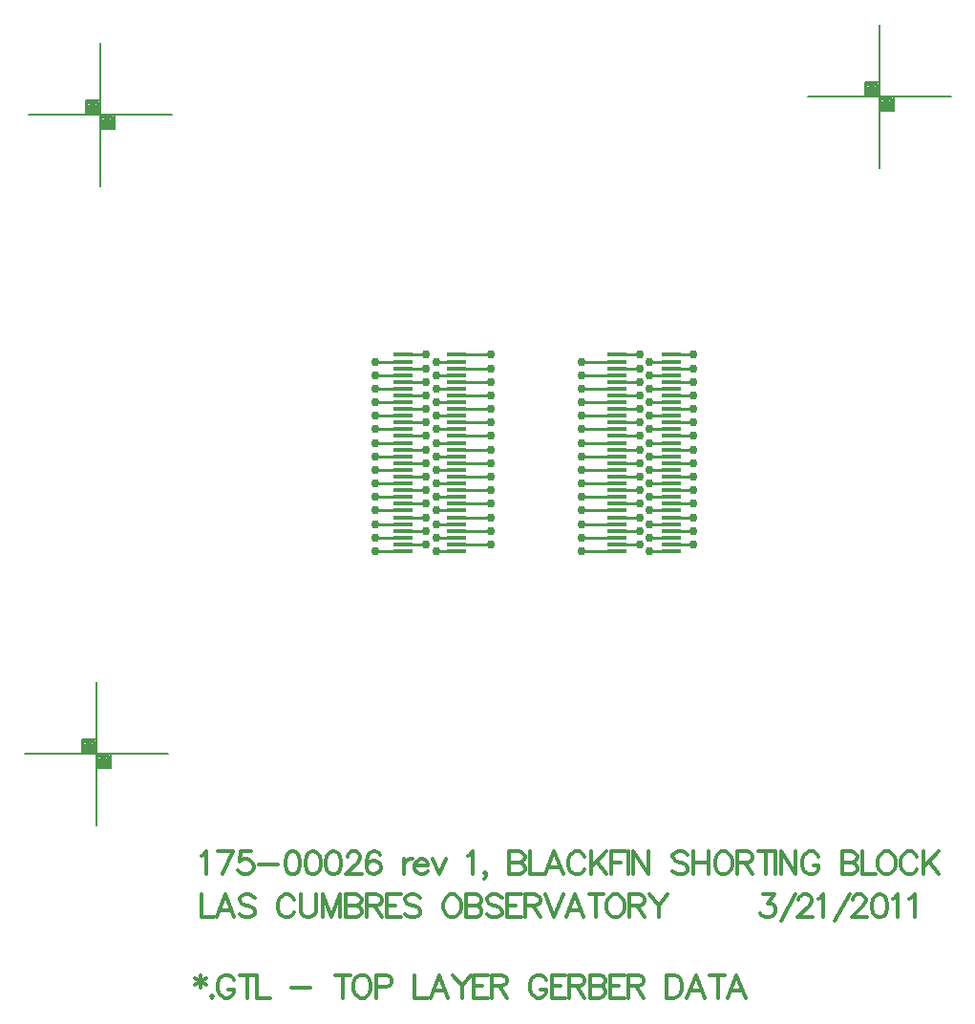
<source format=gtl>
%FSLAX23Y23*%
%MOIN*%
G70*
G01*
G75*
G04 Layer_Physical_Order=1*
G04 Layer_Color=255*
%ADD10R,0.067X0.014*%
%ADD11C,0.010*%
%ADD12C,0.012*%
%ADD13C,0.008*%
%ADD14C,0.012*%
%ADD15C,0.012*%
%ADD16C,0.030*%
D10*
X15625Y11145D02*
D03*
Y11121D02*
D03*
Y11098D02*
D03*
Y11074D02*
D03*
Y11051D02*
D03*
Y11027D02*
D03*
Y11003D02*
D03*
Y10980D02*
D03*
Y10956D02*
D03*
Y10932D02*
D03*
Y10909D02*
D03*
Y10885D02*
D03*
Y10862D02*
D03*
Y10838D02*
D03*
Y10814D02*
D03*
Y10791D02*
D03*
Y10767D02*
D03*
Y10743D02*
D03*
Y10720D02*
D03*
Y10696D02*
D03*
Y10673D02*
D03*
Y10649D02*
D03*
Y10625D02*
D03*
Y10602D02*
D03*
Y10578D02*
D03*
Y10554D02*
D03*
Y10531D02*
D03*
Y10507D02*
D03*
Y10484D02*
D03*
X15436Y10460D02*
D03*
Y10484D02*
D03*
Y10507D02*
D03*
Y10531D02*
D03*
Y10554D02*
D03*
Y10578D02*
D03*
Y10602D02*
D03*
Y10625D02*
D03*
Y10649D02*
D03*
Y10673D02*
D03*
Y10696D02*
D03*
Y10720D02*
D03*
Y10743D02*
D03*
Y10767D02*
D03*
Y10791D02*
D03*
Y10814D02*
D03*
Y10838D02*
D03*
Y10862D02*
D03*
Y10885D02*
D03*
Y10909D02*
D03*
Y10932D02*
D03*
Y10956D02*
D03*
Y10980D02*
D03*
Y11003D02*
D03*
Y11027D02*
D03*
Y11051D02*
D03*
Y11074D02*
D03*
Y11098D02*
D03*
Y11121D02*
D03*
Y11145D02*
D03*
X15625Y10460D02*
D03*
X16184Y11145D02*
D03*
Y11121D02*
D03*
Y11098D02*
D03*
Y11074D02*
D03*
Y11051D02*
D03*
Y11027D02*
D03*
Y11003D02*
D03*
Y10980D02*
D03*
Y10956D02*
D03*
Y10932D02*
D03*
Y10909D02*
D03*
Y10885D02*
D03*
Y10862D02*
D03*
Y10838D02*
D03*
Y10814D02*
D03*
Y10791D02*
D03*
Y10767D02*
D03*
Y10743D02*
D03*
Y10720D02*
D03*
Y10696D02*
D03*
Y10673D02*
D03*
Y10649D02*
D03*
Y10625D02*
D03*
Y10602D02*
D03*
Y10578D02*
D03*
Y10554D02*
D03*
Y10531D02*
D03*
Y10507D02*
D03*
Y10484D02*
D03*
Y10460D02*
D03*
X16373D02*
D03*
Y10484D02*
D03*
Y10507D02*
D03*
Y10531D02*
D03*
Y10554D02*
D03*
Y10578D02*
D03*
Y10602D02*
D03*
Y10625D02*
D03*
Y10649D02*
D03*
Y10673D02*
D03*
Y10696D02*
D03*
Y10720D02*
D03*
Y10743D02*
D03*
Y10767D02*
D03*
Y10791D02*
D03*
Y10814D02*
D03*
Y10838D02*
D03*
Y10862D02*
D03*
Y10885D02*
D03*
Y10909D02*
D03*
Y10932D02*
D03*
Y10956D02*
D03*
Y10980D02*
D03*
Y11003D02*
D03*
Y11027D02*
D03*
Y11051D02*
D03*
Y11074D02*
D03*
Y11098D02*
D03*
Y11121D02*
D03*
Y11145D02*
D03*
D11*
X15625D02*
X15743D01*
X15625Y11098D02*
X15743D01*
X15436Y11145D02*
X15518D01*
X15518Y11145D01*
X15554Y11121D02*
X15625D01*
X15554Y11121D02*
X15554Y11121D01*
X15436Y11098D02*
X15518D01*
X15518Y11098D01*
X15554Y11074D02*
X15625D01*
X15554Y11074D02*
X15554Y11074D01*
X15436Y11051D02*
X15518D01*
X15518Y11051D01*
X15554Y11027D02*
X15625D01*
X15554Y11027D02*
X15554Y11027D01*
X15436Y11003D02*
X15518D01*
X15554Y10980D02*
X15625D01*
X15554Y10980D02*
X15554Y10980D01*
X15436Y10956D02*
X15518D01*
X15554Y10932D02*
X15625D01*
X15436Y10909D02*
X15518D01*
X15518Y10909D01*
X15554Y10885D02*
X15625D01*
X15554Y10885D02*
X15554Y10885D01*
X15436Y10862D02*
X15518D01*
X15518Y10862D01*
X15554Y10838D02*
X15625D01*
X15554Y10838D02*
X15554Y10838D01*
X15436Y10814D02*
X15518D01*
X15518Y10814D01*
X15554Y10791D02*
X15625D01*
X15554Y10791D02*
X15554Y10791D01*
Y10743D02*
X15625D01*
X15554Y10743D02*
X15554Y10743D01*
Y10696D02*
X15625D01*
X15554Y10696D02*
X15554Y10696D01*
Y10649D02*
X15625D01*
X15554Y10649D02*
X15554Y10649D01*
Y10602D02*
X15625D01*
X15554Y10602D02*
X15554Y10602D01*
Y10554D02*
X15625D01*
X15554Y10554D02*
X15554Y10554D01*
Y10507D02*
X15625D01*
X15554Y10507D02*
X15554Y10507D01*
Y10460D02*
X15625D01*
X15554Y10460D02*
X15554Y10460D01*
X15436Y10767D02*
X15518D01*
X15518Y10767D01*
X15436Y10720D02*
X15518D01*
X15518Y10720D01*
X15436Y10673D02*
X15518D01*
X15518Y10673D01*
X15436Y10625D02*
X15518D01*
X15518Y10625D01*
X15436Y10578D02*
X15518D01*
X15518Y10578D01*
X15436Y10531D02*
X15518D01*
X15518Y10531D01*
X15436Y10484D02*
X15518D01*
X15518Y10484D01*
X15625Y11051D02*
X15743D01*
X15743Y11051D01*
X15625Y11003D02*
X15743D01*
X15743Y11003D01*
X15625Y10956D02*
X15743D01*
X15743Y10956D01*
X15625Y10909D02*
X15743D01*
X15743Y10909D01*
X15625Y10862D02*
X15743D01*
X15743Y10862D01*
X15625Y10814D02*
X15743D01*
X15743Y10814D01*
X15625Y10767D02*
X15743D01*
X15743Y10767D01*
X15625Y10720D02*
X15743D01*
X15743Y10720D01*
X15625Y10673D02*
X15743D01*
X15743Y10673D01*
X15625Y10625D02*
X15743D01*
X15743Y10625D01*
X15625Y10578D02*
X15743D01*
X15743Y10578D01*
X15625Y10531D02*
X15743D01*
X15743Y10531D01*
X15625Y10484D02*
X15743D01*
X15743Y10484D01*
X15341Y11121D02*
X15436D01*
X15341Y11121D02*
X15341Y11121D01*
Y11074D02*
X15436D01*
X15341Y11074D02*
X15341Y11074D01*
Y11027D02*
X15436D01*
X15341Y11027D02*
X15341Y11027D01*
Y10980D02*
X15436D01*
X15341Y10980D02*
X15341Y10980D01*
Y10932D02*
X15436D01*
X15341Y10932D02*
X15341Y10932D01*
X15341Y10885D02*
X15436D01*
X15341Y10885D02*
X15341Y10885D01*
Y10838D02*
X15436D01*
X15341Y10838D02*
X15341Y10838D01*
Y10791D02*
X15436D01*
X15341Y10791D02*
X15341Y10791D01*
Y10743D02*
X15436D01*
X15341Y10743D02*
X15341Y10743D01*
Y10696D02*
X15436D01*
X15341Y10696D02*
X15341Y10696D01*
Y10649D02*
X15436D01*
X15341Y10649D02*
X15341Y10649D01*
Y10602D02*
X15436D01*
X15341Y10602D02*
X15341Y10602D01*
Y10554D02*
X15436D01*
X15341Y10554D02*
X15341Y10554D01*
Y10507D02*
X15436D01*
X15341Y10507D02*
X15341Y10507D01*
Y10460D02*
X15436D01*
X15341Y10460D02*
X15341Y10460D01*
X16373Y11145D02*
X16451D01*
X16451Y11145D01*
X16184Y11145D02*
X16263D01*
X16263Y11145D01*
X16298Y11121D02*
X16373D01*
X16298Y11121D02*
X16298Y11121D01*
X16062D02*
X16184D01*
Y11098D02*
X16263D01*
X16263Y11098D01*
X16184Y11051D02*
X16263D01*
X16263Y11051D01*
X16298Y11074D02*
X16373D01*
X16298Y11074D02*
X16298Y11074D01*
Y11027D02*
X16373D01*
X16298Y11027D02*
X16298Y11027D01*
X16184Y11003D02*
X16263D01*
X16263Y11003D01*
X16184Y10956D02*
X16263D01*
X16263Y10956D01*
X16184Y10909D02*
X16263D01*
X16263Y10909D01*
X16062Y11074D02*
X16184D01*
X16062Y11074D02*
X16062Y11074D01*
Y11027D02*
X16184D01*
X16062Y11027D02*
X16062Y11027D01*
Y10980D02*
X16184D01*
X16062Y10980D02*
X16062Y10980D01*
Y10932D02*
X16184D01*
X16062Y10932D02*
X16062Y10932D01*
X16062Y10885D02*
X16184D01*
X16062Y10885D02*
X16062Y10885D01*
Y10838D02*
X16184D01*
X16062Y10838D02*
X16062Y10838D01*
Y10791D02*
X16184D01*
X16062Y10791D02*
X16062Y10791D01*
Y10743D02*
X16184D01*
X16062Y10743D02*
X16062Y10743D01*
Y10696D02*
X16184D01*
X16062Y10696D02*
X16062Y10696D01*
Y10649D02*
X16184D01*
X16062Y10649D02*
X16062Y10649D01*
Y10602D02*
X16184D01*
X16062Y10602D02*
X16062Y10602D01*
Y10554D02*
X16184D01*
X16062Y10554D02*
X16062Y10554D01*
Y10507D02*
X16184D01*
X16062Y10507D02*
X16062Y10507D01*
Y10460D02*
X16184D01*
X16062Y10460D02*
X16062Y10460D01*
X16184Y10862D02*
X16263D01*
X16263Y10862D01*
X16184Y10814D02*
X16263D01*
X16263Y10814D01*
X16184Y10767D02*
X16263D01*
X16263Y10767D01*
X16184Y10720D02*
X16263D01*
X16263Y10720D01*
X16184Y10673D02*
X16263D01*
X16263Y10673D01*
X16184Y10625D02*
X16263D01*
X16263Y10625D01*
X16184Y10578D02*
X16263D01*
X16263Y10578D01*
X16184Y10531D02*
X16263D01*
X16263Y10531D01*
X16184Y10484D02*
X16263D01*
X16263Y10484D01*
X16298Y10980D02*
X16373D01*
X16298Y10980D02*
X16298Y10980D01*
Y10932D02*
X16373D01*
X16298Y10932D02*
X16298Y10932D01*
X16298Y10885D02*
X16373D01*
X16298Y10885D02*
X16298Y10885D01*
Y10838D02*
X16373D01*
X16298Y10838D02*
X16298Y10838D01*
Y10791D02*
X16373D01*
X16298Y10791D02*
X16298Y10791D01*
Y10743D02*
X16373D01*
X16298Y10743D02*
X16298Y10743D01*
Y10696D02*
X16373D01*
X16298Y10696D02*
X16298Y10696D01*
Y10649D02*
X16373D01*
X16298Y10649D02*
X16298Y10649D01*
Y10602D02*
X16373D01*
X16298Y10602D02*
X16298Y10602D01*
Y10554D02*
X16373D01*
X16298Y10554D02*
X16298Y10554D01*
Y10507D02*
X16373D01*
X16298Y10507D02*
X16298Y10507D01*
Y10460D02*
X16373D01*
X16298Y10460D02*
X16298Y10460D01*
X16373Y11098D02*
X16451D01*
X16451Y11098D01*
X16373Y11051D02*
X16451D01*
X16451Y11051D01*
X16373Y11003D02*
X16451D01*
X16451Y11003D01*
X16373Y10956D02*
X16451D01*
X16451Y10956D01*
X16373Y10909D02*
X16451D01*
X16451Y10909D01*
X16373Y10862D02*
X16451D01*
X16451Y10862D01*
X16373Y10814D02*
X16451D01*
X16451Y10814D01*
X16373Y10767D02*
X16451D01*
X16451Y10767D01*
X16373Y10720D02*
X16451D01*
X16451Y10720D01*
X16373Y10673D02*
X16451D01*
X16451Y10673D01*
X16373Y10625D02*
X16451D01*
X16451Y10625D01*
X16373Y10578D02*
X16451D01*
X16451Y10578D01*
X16373Y10531D02*
X16451D01*
X16451Y10531D01*
X16373Y10484D02*
X16451D01*
X16451Y10484D01*
D12*
X14731Y8981D02*
Y8935D01*
X14712Y8970D02*
X14750Y8947D01*
Y8970D02*
X14712Y8947D01*
X14770Y8909D02*
X14766Y8905D01*
X14770Y8901D01*
X14774Y8905D01*
X14770Y8909D01*
X14848Y8962D02*
X14844Y8970D01*
X14837Y8977D01*
X14829Y8981D01*
X14814D01*
X14806Y8977D01*
X14799Y8970D01*
X14795Y8962D01*
X14791Y8951D01*
Y8931D01*
X14795Y8920D01*
X14799Y8912D01*
X14806Y8905D01*
X14814Y8901D01*
X14829D01*
X14837Y8905D01*
X14844Y8912D01*
X14848Y8920D01*
Y8931D01*
X14829D02*
X14848D01*
X14893Y8981D02*
Y8901D01*
X14867Y8981D02*
X14920D01*
X14929D02*
Y8901D01*
X14975D01*
X15047Y8935D02*
X15115D01*
X15228Y8981D02*
Y8901D01*
X15202Y8981D02*
X15255D01*
X15287D02*
X15280Y8977D01*
X15272Y8970D01*
X15268Y8962D01*
X15265Y8951D01*
Y8931D01*
X15268Y8920D01*
X15272Y8912D01*
X15280Y8905D01*
X15287Y8901D01*
X15303D01*
X15310Y8905D01*
X15318Y8912D01*
X15322Y8920D01*
X15325Y8931D01*
Y8951D01*
X15322Y8962D01*
X15318Y8970D01*
X15310Y8977D01*
X15303Y8981D01*
X15287D01*
X15344Y8939D02*
X15378D01*
X15390Y8943D01*
X15394Y8947D01*
X15397Y8954D01*
Y8966D01*
X15394Y8973D01*
X15390Y8977D01*
X15378Y8981D01*
X15344D01*
Y8901D01*
X15478Y8981D02*
Y8901D01*
X15524D01*
X15594D02*
X15563Y8981D01*
X15533Y8901D01*
X15544Y8928D02*
X15582D01*
X15612Y8981D02*
X15643Y8943D01*
Y8901D01*
X15673Y8981D02*
X15643Y8943D01*
X15733Y8981D02*
X15684D01*
Y8901D01*
X15733D01*
X15684Y8943D02*
X15714D01*
X15746Y8981D02*
Y8901D01*
Y8981D02*
X15781D01*
X15792Y8977D01*
X15796Y8973D01*
X15800Y8966D01*
Y8958D01*
X15796Y8951D01*
X15792Y8947D01*
X15781Y8943D01*
X15746D01*
X15773D02*
X15800Y8901D01*
X15938Y8962D02*
X15934Y8970D01*
X15926Y8977D01*
X15919Y8981D01*
X15903D01*
X15896Y8977D01*
X15888Y8970D01*
X15884Y8962D01*
X15880Y8951D01*
Y8931D01*
X15884Y8920D01*
X15888Y8912D01*
X15896Y8905D01*
X15903Y8901D01*
X15919D01*
X15926Y8905D01*
X15934Y8912D01*
X15938Y8920D01*
Y8931D01*
X15919D02*
X15938D01*
X16005Y8981D02*
X15956D01*
Y8901D01*
X16005D01*
X15956Y8943D02*
X15986D01*
X16019Y8981D02*
Y8901D01*
Y8981D02*
X16053D01*
X16064Y8977D01*
X16068Y8973D01*
X16072Y8966D01*
Y8958D01*
X16068Y8951D01*
X16064Y8947D01*
X16053Y8943D01*
X16019D01*
X16045D02*
X16072Y8901D01*
X16090Y8981D02*
Y8901D01*
Y8981D02*
X16124D01*
X16136Y8977D01*
X16139Y8973D01*
X16143Y8966D01*
Y8958D01*
X16139Y8951D01*
X16136Y8947D01*
X16124Y8943D01*
X16090D02*
X16124D01*
X16136Y8939D01*
X16139Y8935D01*
X16143Y8928D01*
Y8916D01*
X16139Y8909D01*
X16136Y8905D01*
X16124Y8901D01*
X16090D01*
X16211Y8981D02*
X16161D01*
Y8901D01*
X16211D01*
X16161Y8943D02*
X16192D01*
X16224Y8981D02*
Y8901D01*
Y8981D02*
X16258D01*
X16270Y8977D01*
X16273Y8973D01*
X16277Y8966D01*
Y8958D01*
X16273Y8951D01*
X16270Y8947D01*
X16258Y8943D01*
X16224D01*
X16251D02*
X16277Y8901D01*
X16358Y8981D02*
Y8901D01*
Y8981D02*
X16385D01*
X16396Y8977D01*
X16404Y8970D01*
X16408Y8962D01*
X16411Y8951D01*
Y8931D01*
X16408Y8920D01*
X16404Y8912D01*
X16396Y8905D01*
X16385Y8901D01*
X16358D01*
X16490D02*
X16460Y8981D01*
X16429Y8901D01*
X16441Y8928D02*
X16479D01*
X16536Y8981D02*
Y8901D01*
X16509Y8981D02*
X16562D01*
X16633Y8901D02*
X16602Y8981D01*
X16572Y8901D01*
X16583Y8928D02*
X16621D01*
D13*
X14130Y11983D02*
X14630D01*
X14380Y11733D02*
Y12233D01*
X14330Y11983D02*
Y12033D01*
X14380D01*
X14430Y11933D02*
Y11983D01*
X14380Y11933D02*
X14430D01*
X14385Y11978D02*
X14425D01*
Y11938D02*
Y11978D01*
X14385Y11938D02*
X14425D01*
X14385D02*
Y11978D01*
X14390Y11973D02*
X14420D01*
Y11943D02*
Y11973D01*
X14390Y11943D02*
X14420D01*
X14390D02*
Y11968D01*
X14395D02*
X14415D01*
Y11948D02*
Y11968D01*
X14395Y11948D02*
X14415D01*
X14395D02*
Y11963D01*
X14400D02*
X14410D01*
Y11953D02*
Y11963D01*
X14400Y11953D02*
X14410D01*
X14400D02*
Y11963D01*
Y11958D02*
X14410D01*
X14335Y12028D02*
X14375D01*
Y11988D02*
Y12028D01*
X14335Y11988D02*
X14375D01*
X14335D02*
Y12028D01*
X14340Y12023D02*
X14370D01*
Y11993D02*
Y12023D01*
X14340Y11993D02*
X14370D01*
X14340D02*
Y12018D01*
X14345D02*
X14365D01*
Y11998D02*
Y12018D01*
X14345Y11998D02*
X14365D01*
X14345D02*
Y12013D01*
X14350D02*
X14360D01*
Y12003D02*
Y12013D01*
X14350Y12003D02*
X14360D01*
X14350D02*
Y12013D01*
Y12008D02*
X14360D01*
X16850Y12046D02*
X17350D01*
X17100Y11796D02*
Y12296D01*
X17050Y12046D02*
Y12096D01*
X17100D01*
X17150Y11996D02*
Y12046D01*
X17100Y11996D02*
X17150D01*
X17105Y12041D02*
X17145D01*
Y12001D02*
Y12041D01*
X17105Y12001D02*
X17145D01*
X17105D02*
Y12041D01*
X17110Y12036D02*
X17140D01*
Y12006D02*
Y12036D01*
X17110Y12006D02*
X17140D01*
X17110D02*
Y12031D01*
X17115D02*
X17135D01*
Y12011D02*
Y12031D01*
X17115Y12011D02*
X17135D01*
X17115D02*
Y12026D01*
X17120D02*
X17130D01*
Y12016D02*
Y12026D01*
X17120Y12016D02*
X17130D01*
X17120D02*
Y12026D01*
Y12021D02*
X17130D01*
X17055Y12091D02*
X17095D01*
Y12051D02*
Y12091D01*
X17055Y12051D02*
X17095D01*
X17055D02*
Y12091D01*
X17060Y12086D02*
X17090D01*
Y12056D02*
Y12086D01*
X17060Y12056D02*
X17090D01*
X17060D02*
Y12081D01*
X17065D02*
X17085D01*
Y12061D02*
Y12081D01*
X17065Y12061D02*
X17085D01*
X17065D02*
Y12076D01*
X17070D02*
X17080D01*
Y12066D02*
Y12076D01*
X17070Y12066D02*
X17080D01*
X17070D02*
Y12076D01*
Y12071D02*
X17080D01*
X14116Y9752D02*
X14616D01*
X14366Y9502D02*
Y10002D01*
X14316Y9752D02*
Y9802D01*
X14366D01*
X14416Y9702D02*
Y9752D01*
X14366Y9702D02*
X14416D01*
X14371Y9747D02*
X14411D01*
Y9707D02*
Y9747D01*
X14371Y9707D02*
X14411D01*
X14371D02*
Y9747D01*
X14376Y9742D02*
X14406D01*
Y9712D02*
Y9742D01*
X14376Y9712D02*
X14406D01*
X14376D02*
Y9737D01*
X14381D02*
X14401D01*
Y9717D02*
Y9737D01*
X14381Y9717D02*
X14401D01*
X14381D02*
Y9732D01*
X14386D02*
X14396D01*
Y9722D02*
Y9732D01*
X14386Y9722D02*
X14396D01*
X14386D02*
Y9732D01*
Y9727D02*
X14396D01*
X14321Y9797D02*
X14361D01*
Y9757D02*
Y9797D01*
X14321Y9757D02*
X14361D01*
X14321D02*
Y9797D01*
X14326Y9792D02*
X14356D01*
Y9762D02*
Y9792D01*
X14326Y9762D02*
X14356D01*
X14326D02*
Y9787D01*
X14331D02*
X14351D01*
Y9767D02*
Y9787D01*
X14331Y9767D02*
X14351D01*
X14331D02*
Y9782D01*
X14336D02*
X14346D01*
Y9772D02*
Y9782D01*
X14336Y9772D02*
X14346D01*
X14336D02*
Y9782D01*
Y9777D02*
X14346D01*
D14*
X14733Y9262D02*
Y9182D01*
X14778D01*
X14848D02*
X14817Y9262D01*
X14787Y9182D01*
X14798Y9208D02*
X14837D01*
X14920Y9250D02*
X14912Y9258D01*
X14901Y9262D01*
X14886D01*
X14874Y9258D01*
X14867Y9250D01*
Y9243D01*
X14870Y9235D01*
X14874Y9231D01*
X14882Y9227D01*
X14905Y9220D01*
X14912Y9216D01*
X14916Y9212D01*
X14920Y9204D01*
Y9193D01*
X14912Y9185D01*
X14901Y9182D01*
X14886D01*
X14874Y9185D01*
X14867Y9193D01*
X15058Y9243D02*
X15054Y9250D01*
X15046Y9258D01*
X15039Y9262D01*
X15024D01*
X15016Y9258D01*
X15008Y9250D01*
X15005Y9243D01*
X15001Y9231D01*
Y9212D01*
X15005Y9201D01*
X15008Y9193D01*
X15016Y9185D01*
X15024Y9182D01*
X15039D01*
X15046Y9185D01*
X15054Y9193D01*
X15058Y9201D01*
X15080Y9262D02*
Y9204D01*
X15084Y9193D01*
X15092Y9185D01*
X15103Y9182D01*
X15111D01*
X15122Y9185D01*
X15130Y9193D01*
X15134Y9204D01*
Y9262D01*
X15156D02*
Y9182D01*
Y9262D02*
X15186Y9182D01*
X15217Y9262D02*
X15186Y9182D01*
X15217Y9262D02*
Y9182D01*
X15239Y9262D02*
Y9182D01*
Y9262D02*
X15274D01*
X15285Y9258D01*
X15289Y9254D01*
X15293Y9246D01*
Y9239D01*
X15289Y9231D01*
X15285Y9227D01*
X15274Y9223D01*
X15239D02*
X15274D01*
X15285Y9220D01*
X15289Y9216D01*
X15293Y9208D01*
Y9197D01*
X15289Y9189D01*
X15285Y9185D01*
X15274Y9182D01*
X15239D01*
X15311Y9262D02*
Y9182D01*
Y9262D02*
X15345D01*
X15356Y9258D01*
X15360Y9254D01*
X15364Y9246D01*
Y9239D01*
X15360Y9231D01*
X15356Y9227D01*
X15345Y9223D01*
X15311D01*
X15337D02*
X15364Y9182D01*
X15431Y9262D02*
X15382D01*
Y9182D01*
X15431D01*
X15382Y9223D02*
X15412D01*
X15498Y9250D02*
X15490Y9258D01*
X15479Y9262D01*
X15464D01*
X15452Y9258D01*
X15445Y9250D01*
Y9243D01*
X15449Y9235D01*
X15452Y9231D01*
X15460Y9227D01*
X15483Y9220D01*
X15490Y9216D01*
X15494Y9212D01*
X15498Y9204D01*
Y9193D01*
X15490Y9185D01*
X15479Y9182D01*
X15464D01*
X15452Y9185D01*
X15445Y9193D01*
X15602Y9262D02*
X15594Y9258D01*
X15586Y9250D01*
X15583Y9243D01*
X15579Y9231D01*
Y9212D01*
X15583Y9201D01*
X15586Y9193D01*
X15594Y9185D01*
X15602Y9182D01*
X15617D01*
X15625Y9185D01*
X15632Y9193D01*
X15636Y9201D01*
X15640Y9212D01*
Y9231D01*
X15636Y9243D01*
X15632Y9250D01*
X15625Y9258D01*
X15617Y9262D01*
X15602D01*
X15658D02*
Y9182D01*
Y9262D02*
X15693D01*
X15704Y9258D01*
X15708Y9254D01*
X15712Y9246D01*
Y9239D01*
X15708Y9231D01*
X15704Y9227D01*
X15693Y9223D01*
X15658D02*
X15693D01*
X15704Y9220D01*
X15708Y9216D01*
X15712Y9208D01*
Y9197D01*
X15708Y9189D01*
X15704Y9185D01*
X15693Y9182D01*
X15658D01*
X15783Y9250D02*
X15775Y9258D01*
X15764Y9262D01*
X15749D01*
X15737Y9258D01*
X15730Y9250D01*
Y9243D01*
X15733Y9235D01*
X15737Y9231D01*
X15745Y9227D01*
X15768Y9220D01*
X15775Y9216D01*
X15779Y9212D01*
X15783Y9204D01*
Y9193D01*
X15775Y9185D01*
X15764Y9182D01*
X15749D01*
X15737Y9185D01*
X15730Y9193D01*
X15850Y9262D02*
X15801D01*
Y9182D01*
X15850D01*
X15801Y9223D02*
X15831D01*
X15864Y9262D02*
Y9182D01*
Y9262D02*
X15898D01*
X15909Y9258D01*
X15913Y9254D01*
X15917Y9246D01*
Y9239D01*
X15913Y9231D01*
X15909Y9227D01*
X15898Y9223D01*
X15864D01*
X15890D02*
X15917Y9182D01*
X15935Y9262D02*
X15965Y9182D01*
X15996Y9262D02*
X15965Y9182D01*
X16067D02*
X16037Y9262D01*
X16006Y9182D01*
X16018Y9208D02*
X16056D01*
X16112Y9262D02*
Y9182D01*
X16086Y9262D02*
X16139D01*
X16171D02*
X16164Y9258D01*
X16156Y9250D01*
X16152Y9243D01*
X16149Y9231D01*
Y9212D01*
X16152Y9201D01*
X16156Y9193D01*
X16164Y9185D01*
X16171Y9182D01*
X16187D01*
X16194Y9185D01*
X16202Y9193D01*
X16206Y9201D01*
X16210Y9212D01*
Y9231D01*
X16206Y9243D01*
X16202Y9250D01*
X16194Y9258D01*
X16187Y9262D01*
X16171D01*
X16228D02*
Y9182D01*
Y9262D02*
X16263D01*
X16274Y9258D01*
X16278Y9254D01*
X16282Y9246D01*
Y9239D01*
X16278Y9231D01*
X16274Y9227D01*
X16263Y9223D01*
X16228D01*
X16255D02*
X16282Y9182D01*
X16299Y9262D02*
X16330Y9223D01*
Y9182D01*
X16360Y9262D02*
X16330Y9223D01*
X16693Y9262D02*
X16734D01*
X16712Y9231D01*
X16723D01*
X16731Y9227D01*
X16734Y9223D01*
X16738Y9212D01*
Y9204D01*
X16734Y9193D01*
X16727Y9185D01*
X16715Y9182D01*
X16704D01*
X16693Y9185D01*
X16689Y9189D01*
X16685Y9197D01*
X16756Y9170D02*
X16809Y9262D01*
X16819Y9243D02*
Y9246D01*
X16822Y9254D01*
X16826Y9258D01*
X16834Y9262D01*
X16849D01*
X16857Y9258D01*
X16860Y9254D01*
X16864Y9246D01*
Y9239D01*
X16860Y9231D01*
X16853Y9220D01*
X16815Y9182D01*
X16868D01*
X16886Y9246D02*
X16894Y9250D01*
X16905Y9262D01*
Y9182D01*
X16945Y9170D02*
X16998Y9262D01*
X17007Y9243D02*
Y9246D01*
X17011Y9254D01*
X17015Y9258D01*
X17022Y9262D01*
X17038D01*
X17045Y9258D01*
X17049Y9254D01*
X17053Y9246D01*
Y9239D01*
X17049Y9231D01*
X17041Y9220D01*
X17003Y9182D01*
X17057D01*
X17097Y9262D02*
X17086Y9258D01*
X17078Y9246D01*
X17075Y9227D01*
Y9216D01*
X17078Y9197D01*
X17086Y9185D01*
X17097Y9182D01*
X17105D01*
X17116Y9185D01*
X17124Y9197D01*
X17128Y9216D01*
Y9227D01*
X17124Y9246D01*
X17116Y9258D01*
X17105Y9262D01*
X17097D01*
X17146Y9246D02*
X17153Y9250D01*
X17165Y9262D01*
Y9182D01*
X17204Y9246D02*
X17212Y9250D01*
X17223Y9262D01*
Y9182D01*
D15*
X14733Y9396D02*
X14740Y9400D01*
X14752Y9412D01*
Y9332D01*
X14845Y9412D02*
X14806Y9332D01*
X14791Y9412D02*
X14845D01*
X14908D02*
X14870D01*
X14866Y9377D01*
X14870Y9381D01*
X14881Y9385D01*
X14893D01*
X14904Y9381D01*
X14912Y9373D01*
X14916Y9362D01*
Y9354D01*
X14912Y9343D01*
X14904Y9335D01*
X14893Y9332D01*
X14881D01*
X14870Y9335D01*
X14866Y9339D01*
X14862Y9347D01*
X14934Y9366D02*
X15002D01*
X15049Y9412D02*
X15037Y9408D01*
X15030Y9396D01*
X15026Y9377D01*
Y9366D01*
X15030Y9347D01*
X15037Y9335D01*
X15049Y9332D01*
X15056D01*
X15068Y9335D01*
X15075Y9347D01*
X15079Y9366D01*
Y9377D01*
X15075Y9396D01*
X15068Y9408D01*
X15056Y9412D01*
X15049D01*
X15120D02*
X15108Y9408D01*
X15101Y9396D01*
X15097Y9377D01*
Y9366D01*
X15101Y9347D01*
X15108Y9335D01*
X15120Y9332D01*
X15128D01*
X15139Y9335D01*
X15147Y9347D01*
X15150Y9366D01*
Y9377D01*
X15147Y9396D01*
X15139Y9408D01*
X15128Y9412D01*
X15120D01*
X15191D02*
X15180Y9408D01*
X15172Y9396D01*
X15168Y9377D01*
Y9366D01*
X15172Y9347D01*
X15180Y9335D01*
X15191Y9332D01*
X15199D01*
X15210Y9335D01*
X15218Y9347D01*
X15222Y9366D01*
Y9377D01*
X15218Y9396D01*
X15210Y9408D01*
X15199Y9412D01*
X15191D01*
X15243Y9393D02*
Y9396D01*
X15247Y9404D01*
X15251Y9408D01*
X15259Y9412D01*
X15274D01*
X15281Y9408D01*
X15285Y9404D01*
X15289Y9396D01*
Y9389D01*
X15285Y9381D01*
X15278Y9370D01*
X15239Y9332D01*
X15293D01*
X15356Y9400D02*
X15353Y9408D01*
X15341Y9412D01*
X15334D01*
X15322Y9408D01*
X15315Y9396D01*
X15311Y9377D01*
Y9358D01*
X15315Y9343D01*
X15322Y9335D01*
X15334Y9332D01*
X15337D01*
X15349Y9335D01*
X15356Y9343D01*
X15360Y9354D01*
Y9358D01*
X15356Y9370D01*
X15349Y9377D01*
X15337Y9381D01*
X15334D01*
X15322Y9377D01*
X15315Y9370D01*
X15311Y9358D01*
X15441Y9385D02*
Y9332D01*
Y9362D02*
X15444Y9373D01*
X15452Y9381D01*
X15460Y9385D01*
X15471D01*
X15478Y9362D02*
X15524D01*
Y9370D01*
X15520Y9377D01*
X15516Y9381D01*
X15509Y9385D01*
X15497D01*
X15490Y9381D01*
X15482Y9373D01*
X15478Y9362D01*
Y9354D01*
X15482Y9343D01*
X15490Y9335D01*
X15497Y9332D01*
X15509D01*
X15516Y9335D01*
X15524Y9343D01*
X15541Y9385D02*
X15564Y9332D01*
X15587Y9385D02*
X15564Y9332D01*
X15663Y9396D02*
X15670Y9400D01*
X15682Y9412D01*
Y9332D01*
X15729Y9335D02*
X15725Y9332D01*
X15721Y9335D01*
X15725Y9339D01*
X15729Y9335D01*
Y9328D01*
X15725Y9320D01*
X15721Y9316D01*
X15809Y9412D02*
Y9332D01*
Y9412D02*
X15844D01*
X15855Y9408D01*
X15859Y9404D01*
X15863Y9396D01*
Y9389D01*
X15859Y9381D01*
X15855Y9377D01*
X15844Y9373D01*
X15809D02*
X15844D01*
X15855Y9370D01*
X15859Y9366D01*
X15863Y9358D01*
Y9347D01*
X15859Y9339D01*
X15855Y9335D01*
X15844Y9332D01*
X15809D01*
X15881Y9412D02*
Y9332D01*
X15926D01*
X15996D02*
X15965Y9412D01*
X15935Y9332D01*
X15946Y9358D02*
X15984D01*
X16072Y9393D02*
X16068Y9400D01*
X16060Y9408D01*
X16053Y9412D01*
X16037D01*
X16030Y9408D01*
X16022Y9400D01*
X16018Y9393D01*
X16015Y9381D01*
Y9362D01*
X16018Y9351D01*
X16022Y9343D01*
X16030Y9335D01*
X16037Y9332D01*
X16053D01*
X16060Y9335D01*
X16068Y9343D01*
X16072Y9351D01*
X16094Y9412D02*
Y9332D01*
X16147Y9412D02*
X16094Y9358D01*
X16113Y9377D02*
X16147Y9332D01*
X16165Y9412D02*
Y9332D01*
Y9412D02*
X16215D01*
X16165Y9373D02*
X16196D01*
X16224Y9412D02*
Y9332D01*
X16241Y9412D02*
Y9332D01*
Y9412D02*
X16294Y9332D01*
Y9412D02*
Y9332D01*
X16432Y9400D02*
X16425Y9408D01*
X16413Y9412D01*
X16398D01*
X16387Y9408D01*
X16379Y9400D01*
Y9393D01*
X16383Y9385D01*
X16387Y9381D01*
X16394Y9377D01*
X16417Y9370D01*
X16425Y9366D01*
X16429Y9362D01*
X16432Y9354D01*
Y9343D01*
X16425Y9335D01*
X16413Y9332D01*
X16398D01*
X16387Y9335D01*
X16379Y9343D01*
X16450Y9412D02*
Y9332D01*
X16504Y9412D02*
Y9332D01*
X16450Y9373D02*
X16504D01*
X16549Y9412D02*
X16541Y9408D01*
X16533Y9400D01*
X16530Y9393D01*
X16526Y9381D01*
Y9362D01*
X16530Y9351D01*
X16533Y9343D01*
X16541Y9335D01*
X16549Y9332D01*
X16564D01*
X16571Y9335D01*
X16579Y9343D01*
X16583Y9351D01*
X16587Y9362D01*
Y9381D01*
X16583Y9393D01*
X16579Y9400D01*
X16571Y9408D01*
X16564Y9412D01*
X16549D01*
X16605D02*
Y9332D01*
Y9412D02*
X16640D01*
X16651Y9408D01*
X16655Y9404D01*
X16659Y9396D01*
Y9389D01*
X16655Y9381D01*
X16651Y9377D01*
X16640Y9373D01*
X16605D01*
X16632D02*
X16659Y9332D01*
X16703Y9412D02*
Y9332D01*
X16677Y9412D02*
X16730D01*
X16739D02*
Y9332D01*
X16756Y9412D02*
Y9332D01*
Y9412D02*
X16809Y9332D01*
Y9412D02*
Y9332D01*
X16889Y9393D02*
X16885Y9400D01*
X16877Y9408D01*
X16870Y9412D01*
X16854D01*
X16847Y9408D01*
X16839Y9400D01*
X16835Y9393D01*
X16832Y9381D01*
Y9362D01*
X16835Y9351D01*
X16839Y9343D01*
X16847Y9335D01*
X16854Y9332D01*
X16870D01*
X16877Y9335D01*
X16885Y9343D01*
X16889Y9351D01*
Y9362D01*
X16870D02*
X16889D01*
X16970Y9412D02*
Y9332D01*
Y9412D02*
X17004D01*
X17015Y9408D01*
X17019Y9404D01*
X17023Y9396D01*
Y9389D01*
X17019Y9381D01*
X17015Y9377D01*
X17004Y9373D01*
X16970D02*
X17004D01*
X17015Y9370D01*
X17019Y9366D01*
X17023Y9358D01*
Y9347D01*
X17019Y9339D01*
X17015Y9335D01*
X17004Y9332D01*
X16970D01*
X17041Y9412D02*
Y9332D01*
X17087D01*
X17118Y9412D02*
X17111Y9408D01*
X17103Y9400D01*
X17099Y9393D01*
X17095Y9381D01*
Y9362D01*
X17099Y9351D01*
X17103Y9343D01*
X17111Y9335D01*
X17118Y9332D01*
X17134D01*
X17141Y9335D01*
X17149Y9343D01*
X17153Y9351D01*
X17156Y9362D01*
Y9381D01*
X17153Y9393D01*
X17149Y9400D01*
X17141Y9408D01*
X17134Y9412D01*
X17118D01*
X17232Y9393D02*
X17228Y9400D01*
X17221Y9408D01*
X17213Y9412D01*
X17198D01*
X17190Y9408D01*
X17183Y9400D01*
X17179Y9393D01*
X17175Y9381D01*
Y9362D01*
X17179Y9351D01*
X17183Y9343D01*
X17190Y9335D01*
X17198Y9332D01*
X17213D01*
X17221Y9335D01*
X17228Y9343D01*
X17232Y9351D01*
X17255Y9412D02*
Y9332D01*
X17308Y9412D02*
X17255Y9358D01*
X17274Y9377D02*
X17308Y9332D01*
D16*
X15743Y11098D02*
D03*
Y11145D02*
D03*
X15518D02*
D03*
X15554Y11121D02*
D03*
X15518Y11098D02*
D03*
X15554Y11074D02*
D03*
X15518Y11051D02*
D03*
X15554Y11027D02*
D03*
X15518Y11003D02*
D03*
X15554Y10980D02*
D03*
X15518Y10956D02*
D03*
X15554Y10932D02*
D03*
X15518Y10909D02*
D03*
X15554Y10885D02*
D03*
X15518Y10862D02*
D03*
X15554Y10838D02*
D03*
X15518Y10814D02*
D03*
X15554Y10791D02*
D03*
Y10743D02*
D03*
Y10696D02*
D03*
Y10649D02*
D03*
Y10602D02*
D03*
Y10554D02*
D03*
Y10507D02*
D03*
Y10460D02*
D03*
X15518Y10767D02*
D03*
Y10720D02*
D03*
Y10673D02*
D03*
Y10625D02*
D03*
Y10578D02*
D03*
Y10531D02*
D03*
Y10484D02*
D03*
X15743Y11051D02*
D03*
Y11003D02*
D03*
Y10956D02*
D03*
Y10909D02*
D03*
Y10862D02*
D03*
Y10814D02*
D03*
Y10767D02*
D03*
Y10720D02*
D03*
Y10673D02*
D03*
Y10625D02*
D03*
Y10578D02*
D03*
Y10531D02*
D03*
Y10484D02*
D03*
X15341Y11121D02*
D03*
Y11074D02*
D03*
Y11027D02*
D03*
Y10980D02*
D03*
Y10932D02*
D03*
Y10885D02*
D03*
Y10838D02*
D03*
Y10791D02*
D03*
Y10743D02*
D03*
Y10696D02*
D03*
Y10649D02*
D03*
Y10602D02*
D03*
Y10554D02*
D03*
Y10507D02*
D03*
Y10460D02*
D03*
X16451Y11145D02*
D03*
X16263D02*
D03*
X16298Y11121D02*
D03*
X16062D02*
D03*
X16263Y11098D02*
D03*
Y11051D02*
D03*
X16298Y11074D02*
D03*
Y11027D02*
D03*
X16263Y11003D02*
D03*
Y10956D02*
D03*
Y10909D02*
D03*
X16062Y11074D02*
D03*
Y11027D02*
D03*
Y10980D02*
D03*
Y10932D02*
D03*
Y10885D02*
D03*
Y10838D02*
D03*
Y10791D02*
D03*
Y10743D02*
D03*
Y10696D02*
D03*
Y10649D02*
D03*
Y10602D02*
D03*
Y10554D02*
D03*
Y10507D02*
D03*
Y10460D02*
D03*
X16263Y10862D02*
D03*
Y10814D02*
D03*
Y10767D02*
D03*
Y10720D02*
D03*
Y10673D02*
D03*
Y10625D02*
D03*
Y10578D02*
D03*
Y10531D02*
D03*
Y10484D02*
D03*
X16298Y10980D02*
D03*
Y10932D02*
D03*
Y10885D02*
D03*
Y10838D02*
D03*
Y10791D02*
D03*
Y10743D02*
D03*
Y10696D02*
D03*
Y10649D02*
D03*
Y10602D02*
D03*
Y10554D02*
D03*
Y10507D02*
D03*
Y10460D02*
D03*
X16451Y11098D02*
D03*
Y11051D02*
D03*
Y11003D02*
D03*
Y10956D02*
D03*
Y10909D02*
D03*
Y10862D02*
D03*
Y10814D02*
D03*
Y10767D02*
D03*
Y10720D02*
D03*
Y10673D02*
D03*
Y10625D02*
D03*
Y10578D02*
D03*
Y10531D02*
D03*
Y10484D02*
D03*
M02*

</source>
